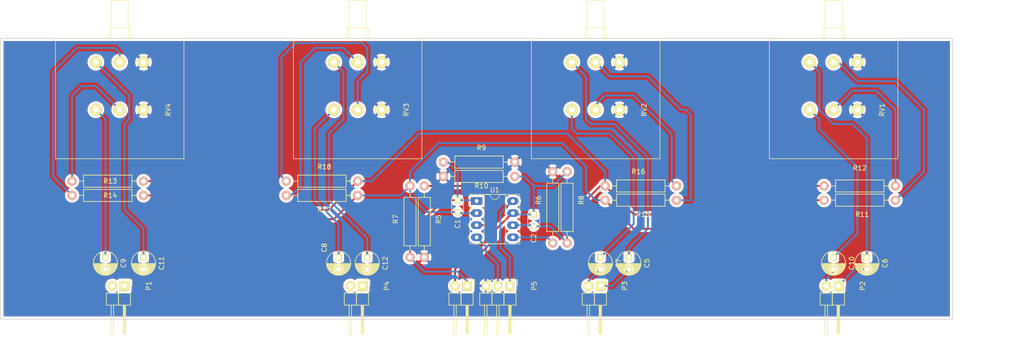
<source format=kicad_pcb>
(kicad_pcb (version 4) (host pcbnew 4.0.7)
  (layers (0 F.Cu signal) (31 B.Cu signal) (34 B.Paste user) (35 F.Paste user) (36 B.SilkS user) (37 F.SilkS user) (38 B.Mask user) (39 F.Mask user) (44 Edge.Cuts user))
  (net 0 "")
  (net 1 /MASTER_L)
  (net 2 /IN_L)
  (net 3 /MASTER_R)
  (net 4 /IN_R)
  (net 5 /IN3_L)
  (net 6 "Net-(C5-Pad2)")
  (net 7 /IN2_L)
  (net 8 "Net-(C6-Pad2)")
  (net 9 /IN3_R)
  (net 10 "Net-(C7-Pad2)")
  (net 11 /IN4_R)
  (net 12 "Net-(C8-Pad2)")
  (net 13 /IN1_R)
  (net 14 "Net-(C9-Pad2)")
  (net 15 /IN2_R)
  (net 16 "Net-(C10-Pad2)")
  (net 17 /IN1_L)
  (net 18 "Net-(C11-Pad2)")
  (net 19 /IN4_L)
  (net 20 "Net-(C12-Pad2)")
  (net 21 /+15)
  (net 22 /-15)
  (net 23 GND)
  (net 24 "Net-(R5-Pad1)")
  (net 25 "Net-(R6-Pad1)")
  (net 26 "Net-(R11-Pad2)")
  (net 27 "Net-(R12-Pad2)")
  (net 28 "Net-(R13-Pad2)")
  (net 29 "Net-(R14-Pad2)")
  (net 30 "Net-(R15-Pad2)")
  (net 31 "Net-(R16-Pad2)")
  (net 32 "Net-(R17-Pad2)")
  (net 33 "Net-(R18-Pad2)")
  (module Capacitors_ThroughHole:C_Disc_D3_P2.5 (layer F.Cu) (at 116 74 270)
    (fp_text reference C1 (at 5 0 270) (layer F.SilkS))
    (fp_text value 15p)
    (pad 1 thru_hole rect (at 0 0 270) (size 1.3 1.3) (drill 0.8) (layers *.Cu *.Mask F.SilkS) (net 1 /MASTER_L))
    (pad 2 thru_hole circle (at 2.5 0 270) (size 1.3 1.3) (drill 0.8001) (layers *.Cu *.Mask F.SilkS) (net 2 /IN_L))
  )
  (module Capacitors_ThroughHole:C_Disc_D3_P2.5 (layer F.Cu) (at 132 77 270)
    (fp_text reference C2 (at 5 0 270) (layer F.SilkS))
    (fp_text value 15p)
    (pad 1 thru_hole rect (at 0 0 270) (size 1.3 1.3) (drill 0.8) (layers *.Cu *.Mask F.SilkS) (net 3 /MASTER_R))
    (pad 2 thru_hole circle (at 2.5 0 270) (size 1.3 1.3) (drill 0.8001) (layers *.Cu *.Mask F.SilkS) (net 4 /IN_R))
  )
  (module Capacitors_ThroughHole:C_Radial_D5_L11_P2.5 (layer F.Cu) (at 152 86 270)
    (fp_text reference C5 (at 1.25 -3.8 270) (layer F.SilkS))
    (fp_text value 2u2)
    (pad 1 thru_hole rect (at 0 0 270) (size 1.3 1.3) (drill 0.8) (layers *.Cu *.Mask F.SilkS) (net 5 /IN3_L))
    (pad 2 thru_hole circle (at 2.5 0 270) (size 1.3 1.3) (drill 0.8) (layers *.Cu *.Mask F.SilkS) (net 6 "Net-(C5-Pad2)"))
  )
  (module Capacitors_ThroughHole:C_Radial_D5_L11_P2.5 (layer F.Cu) (at 202 86 270)
    (fp_text reference C6 (at 1.25 -3.8 270) (layer F.SilkS))
    (fp_text value 2u2)
    (pad 1 thru_hole rect (at 0 0 270) (size 1.3 1.3) (drill 0.8) (layers *.Cu *.Mask F.SilkS) (net 7 /IN2_L))
    (pad 2 thru_hole circle (at 2.5 0 270) (size 1.3 1.3) (drill 0.8) (layers *.Cu *.Mask F.SilkS) (net 8 "Net-(C6-Pad2)"))
  )
  (module Capacitors_ThroughHole:C_Radial_D5_L11_P2.5 (layer F.Cu) (at 146 86 270)
    (fp_text reference C7 (at 1.25 -3.8 270) (layer F.SilkS))
    (fp_text value 2u2)
    (pad 1 thru_hole rect (at 0 0 270) (size 1.3 1.3) (drill 0.8) (layers *.Cu *.Mask F.SilkS) (net 9 /IN3_R))
    (pad 2 thru_hole circle (at 2.5 0 270) (size 1.3 1.3) (drill 0.8) (layers *.Cu *.Mask F.SilkS) (net 10 "Net-(C7-Pad2)"))
  )
  (module Capacitors_ThroughHole:C_Radial_D5_L11_P2.5 (layer F.Cu) (at 91 86 270)
    (fp_text reference C8 (at -2 3 270) (layer F.SilkS))
    (fp_text value 2u2)
    (pad 1 thru_hole rect (at 0 0 270) (size 1.3 1.3) (drill 0.8) (layers *.Cu *.Mask F.SilkS) (net 11 /IN4_R))
    (pad 2 thru_hole circle (at 2.5 0 270) (size 1.3 1.3) (drill 0.8) (layers *.Cu *.Mask F.SilkS) (net 12 "Net-(C8-Pad2)"))
  )
  (module Capacitors_ThroughHole:C_Radial_D5_L11_P2.5 (layer F.Cu) (at 42 86 270)
    (fp_text reference C9 (at 1.25 -3.8 270) (layer F.SilkS))
    (fp_text value 2u2)
    (pad 1 thru_hole rect (at 0 0 270) (size 1.3 1.3) (drill 0.8) (layers *.Cu *.Mask F.SilkS) (net 13 /IN1_R))
    (pad 2 thru_hole circle (at 2.5 0 270) (size 1.3 1.3) (drill 0.8) (layers *.Cu *.Mask F.SilkS) (net 14 "Net-(C9-Pad2)"))
  )
  (module Capacitors_ThroughHole:C_Radial_D5_L11_P2.5 (layer F.Cu) (at 195 86 270)
    (fp_text reference C10 (at 1.25 -3.8 270) (layer F.SilkS))
    (fp_text value 2u2)
    (pad 1 thru_hole rect (at 0 0 270) (size 1.3 1.3) (drill 0.8) (layers *.Cu *.Mask F.SilkS) (net 15 /IN2_R))
    (pad 2 thru_hole circle (at 2.5 0 270) (size 1.3 1.3) (drill 0.8) (layers *.Cu *.Mask F.SilkS) (net 16 "Net-(C10-Pad2)"))
  )
  (module Capacitors_ThroughHole:C_Radial_D5_L11_P2.5 (layer F.Cu) (at 50 86 270)
    (fp_text reference C11 (at 1.25 -3.8 270) (layer F.SilkS))
    (fp_text value 2u2)
    (pad 1 thru_hole rect (at 0 0 270) (size 1.3 1.3) (drill 0.8) (layers *.Cu *.Mask F.SilkS) (net 17 /IN1_L))
    (pad 2 thru_hole circle (at 2.5 0 270) (size 1.3 1.3) (drill 0.8) (layers *.Cu *.Mask F.SilkS) (net 18 "Net-(C11-Pad2)"))
  )
  (module Capacitors_ThroughHole:C_Radial_D5_L11_P2.5 (layer F.Cu) (at 97 86 270)
    (fp_text reference C12 (at 1.25 -3.8 270) (layer F.SilkS))
    (fp_text value 2u2)
    (pad 1 thru_hole rect (at 0 0 270) (size 1.3 1.3) (drill 0.8) (layers *.Cu *.Mask F.SilkS) (net 19 /IN4_L))
    (pad 2 thru_hole circle (at 2.5 0 270) (size 1.3 1.3) (drill 0.8) (layers *.Cu *.Mask F.SilkS) (net 20 "Net-(C12-Pad2)"))
  )
  (module Pin_Headers:Pin_Header_Angled_1x02 (layer F.Cu) (at 46 92 270)
    (fp_text reference P1 (at 0 -5.1 270) (layer F.SilkS))
    (fp_text value IN_1)
    (pad 1 thru_hole rect (at 0 0 270) (size 2.032 2.032) (drill 1.016) (layers *.Cu *.Mask F.SilkS) (net 18 "Net-(C11-Pad2)"))
    (pad 2 thru_hole oval (at 0 2.54 270) (size 2.032 2.032) (drill 1.016) (layers *.Cu *.Mask F.SilkS) (net 14 "Net-(C9-Pad2)"))
  )
  (module Pin_Headers:Pin_Header_Angled_1x02 (layer F.Cu) (at 196 92 270)
    (fp_text reference P2 (at 0 -5.1 270) (layer F.SilkS))
    (fp_text value IN_2)
    (pad 1 thru_hole rect (at 0 0 270) (size 2.032 2.032) (drill 1.016) (layers *.Cu *.Mask F.SilkS) (net 8 "Net-(C6-Pad2)"))
    (pad 2 thru_hole oval (at 0 2.54 270) (size 2.032 2.032) (drill 1.016) (layers *.Cu *.Mask F.SilkS) (net 16 "Net-(C10-Pad2)"))
  )
  (module Pin_Headers:Pin_Header_Angled_1x02 (layer F.Cu) (at 146 92 270)
    (fp_text reference P3 (at 0 -5.1 270) (layer F.SilkS))
    (fp_text value IN_3)
    (pad 1 thru_hole rect (at 0 0 270) (size 2.032 2.032) (drill 1.016) (layers *.Cu *.Mask F.SilkS) (net 6 "Net-(C5-Pad2)"))
    (pad 2 thru_hole oval (at 0 2.54 270) (size 2.032 2.032) (drill 1.016) (layers *.Cu *.Mask F.SilkS) (net 10 "Net-(C7-Pad2)"))
  )
  (module Pin_Headers:Pin_Header_Angled_1x02 (layer F.Cu) (at 96 92 270)
    (fp_text reference P4 (at 0 -5.1 270) (layer F.SilkS))
    (fp_text value IN_4)
    (pad 1 thru_hole rect (at 0 0 270) (size 2.032 2.032) (drill 1.016) (layers *.Cu *.Mask F.SilkS) (net 20 "Net-(C12-Pad2)"))
    (pad 2 thru_hole oval (at 0 2.54 270) (size 2.032 2.032) (drill 1.016) (layers *.Cu *.Mask F.SilkS) (net 12 "Net-(C8-Pad2)"))
  )
  (module Pin_Headers:Pin_Header_Angled_1x03 (layer F.Cu) (at 127 92 270)
    (fp_text reference P5 (at 0 -5.1 270) (layer F.SilkS))
    (fp_text value CONN_01X03)
    (pad 1 thru_hole rect (at 0 0 270) (size 2.032 1.7272) (drill 1.016) (layers *.Cu *.Mask F.SilkS) (net 21 /+15))
    (pad 2 thru_hole oval (at 0 2.54 270) (size 2.032 1.7272) (drill 1.016) (layers *.Cu *.Mask F.SilkS) (net 22 /-15))
    (pad 3 thru_hole oval (at 0 5.08 270) (size 2.032 1.7272) (drill 1.016) (layers *.Cu *.Mask F.SilkS) (net 23 GND))
  )
  (module Pin_Headers:Pin_Header_Angled_1x02 (layer F.Cu) (at 118 92 270)
    (fp_text reference P13 (at 0 -5.1 270) (layer F.SilkS))
    (fp_text value MASTER)
    (pad 1 thru_hole rect (at 0 0 270) (size 2.032 2.032) (drill 1.016) (layers *.Cu *.Mask F.SilkS) (net 1 /MASTER_L))
    (pad 2 thru_hole oval (at 0 2.54 270) (size 2.032 2.032) (drill 1.016) (layers *.Cu *.Mask F.SilkS) (net 3 /MASTER_R))
  )
  (module Resistors_ThroughHole:Resistor_Horizontal_RM15mm (layer F.Cu) (at 109 71 270)
    (fp_text reference R5 (at 7 -3 270) (layer F.SilkS))
    (fp_text value 10k)
    (pad 1 thru_hole circle (at 0 0 270) (size 1.99898 1.99898) (drill 1.00076) (layers *.Cu *.SilkS *.Mask) (net 24 "Net-(R5-Pad1)"))
    (pad 2 thru_hole circle (at 15 0 270) (size 1.99898 1.99898) (drill 1.00076) (layers *.Cu *.SilkS *.Mask) (net 23 GND))
  )
  (module Resistors_ThroughHole:Resistor_Horizontal_RM15mm (layer F.Cu) (at 136 83 90)
    (fp_text reference R6 (at 9 -3 90) (layer F.SilkS))
    (fp_text value 10k)
    (pad 1 thru_hole circle (at 0 0 90) (size 1.99898 1.99898) (drill 1.00076) (layers *.Cu *.SilkS *.Mask) (net 25 "Net-(R6-Pad1)"))
    (pad 2 thru_hole circle (at 15 0 90) (size 1.99898 1.99898) (drill 1.00076) (layers *.Cu *.SilkS *.Mask) (net 23 GND))
  )
  (module Resistors_ThroughHole:Resistor_Horizontal_RM15mm (layer F.Cu) (at 106 86 90)
    (fp_text reference R7 (at 8 -3 90) (layer F.SilkS))
    (fp_text value 33k)
    (pad 1 thru_hole circle (at 0 0 90) (size 1.99898 1.99898) (drill 1.00076) (layers *.Cu *.SilkS *.Mask) (net 1 /MASTER_L))
    (pad 2 thru_hole circle (at 15 0 90) (size 1.99898 1.99898) (drill 1.00076) (layers *.Cu *.SilkS *.Mask) (net 2 /IN_L))
  )
  (module Resistors_ThroughHole:Resistor_Horizontal_RM15mm (layer F.Cu) (at 139 68 270)
    (fp_text reference R8 (at 6 -3 270) (layer F.SilkS))
    (fp_text value 33k)
    (pad 1 thru_hole circle (at 0 0 270) (size 1.99898 1.99898) (drill 1.00076) (layers *.Cu *.SilkS *.Mask) (net 3 /MASTER_R))
    (pad 2 thru_hole circle (at 15 0 270) (size 1.99898 1.99898) (drill 1.00076) (layers *.Cu *.SilkS *.Mask) (net 4 /IN_R))
  )
  (module Resistors_ThroughHole:Resistor_Horizontal_RM15mm (layer F.Cu) (at 113 66)
    (fp_text reference R9 (at 8 -3) (layer F.SilkS))
    (fp_text value 100k)
    (pad 1 thru_hole circle (at 0 0) (size 1.99898 1.99898) (drill 1.00076) (layers *.Cu *.SilkS *.Mask) (net 1 /MASTER_L))
    (pad 2 thru_hole circle (at 15 0) (size 1.99898 1.99898) (drill 1.00076) (layers *.Cu *.SilkS *.Mask) (net 23 GND))
  )
  (module Resistors_ThroughHole:Resistor_Horizontal_RM15mm (layer F.Cu) (at 128 69 180)
    (fp_text reference R10 (at 7 -2 180) (layer F.SilkS))
    (fp_text value 100k)
    (pad 1 thru_hole circle (at 0 0 180) (size 1.99898 1.99898) (drill 1.00076) (layers *.Cu *.SilkS *.Mask) (net 3 /MASTER_R))
    (pad 2 thru_hole circle (at 15 0 180) (size 1.99898 1.99898) (drill 1.00076) (layers *.Cu *.SilkS *.Mask) (net 23 GND))
  )
  (module Resistors_ThroughHole:Resistor_Horizontal_RM15mm (layer F.Cu) (at 193 74)
    (fp_text reference R11 (at 8 3) (layer F.SilkS))
    (fp_text value 100k)
    (pad 1 thru_hole circle (at 0 0) (size 1.99898 1.99898) (drill 1.00076) (layers *.Cu *.SilkS *.Mask) (net 2 /IN_L))
    (pad 2 thru_hole circle (at 15 0) (size 1.99898 1.99898) (drill 1.00076) (layers *.Cu *.SilkS *.Mask) (net 26 "Net-(R11-Pad2)"))
  )
  (module Resistors_ThroughHole:Resistor_Horizontal_RM15mm (layer F.Cu) (at 193 71)
    (fp_text reference R12 (at 7.5 -3.74904) (layer F.SilkS))
    (fp_text value 100k)
    (pad 1 thru_hole circle (at 0 0) (size 1.99898 1.99898) (drill 1.00076) (layers *.Cu *.SilkS *.Mask) (net 4 /IN_R))
    (pad 2 thru_hole circle (at 15 0) (size 1.99898 1.99898) (drill 1.00076) (layers *.Cu *.SilkS *.Mask) (net 27 "Net-(R12-Pad2)"))
  )
  (module Resistors_ThroughHole:Resistor_Horizontal_RM15mm (layer F.Cu) (at 50 73 180)
    (fp_text reference R13 (at 7 3 180) (layer F.SilkS))
    (fp_text value 100k)
    (pad 1 thru_hole circle (at 0 0 180) (size 1.99898 1.99898) (drill 1.00076) (layers *.Cu *.SilkS *.Mask) (net 2 /IN_L))
    (pad 2 thru_hole circle (at 15 0 180) (size 1.99898 1.99898) (drill 1.00076) (layers *.Cu *.SilkS *.Mask) (net 28 "Net-(R13-Pad2)"))
  )
  (module Resistors_ThroughHole:Resistor_Horizontal_RM15mm (layer F.Cu) (at 50 70 180)
    (fp_text reference R14 (at 7 -3 180) (layer F.SilkS))
    (fp_text value 100k)
    (pad 1 thru_hole circle (at 0 0 180) (size 1.99898 1.99898) (drill 1.00076) (layers *.Cu *.SilkS *.Mask) (net 4 /IN_R))
    (pad 2 thru_hole circle (at 15 0 180) (size 1.99898 1.99898) (drill 1.00076) (layers *.Cu *.SilkS *.Mask) (net 29 "Net-(R14-Pad2)"))
  )
  (module Resistors_ThroughHole:Resistor_Horizontal_RM15mm (layer F.Cu) (at 147 74)
    (fp_text reference R15 (at 8 3) (layer F.SilkS))
    (fp_text value 100k)
    (pad 1 thru_hole circle (at 0 0) (size 1.99898 1.99898) (drill 1.00076) (layers *.Cu *.SilkS *.Mask) (net 2 /IN_L))
    (pad 2 thru_hole circle (at 15 0) (size 1.99898 1.99898) (drill 1.00076) (layers *.Cu *.SilkS *.Mask) (net 30 "Net-(R15-Pad2)"))
  )
  (module Resistors_ThroughHole:Resistor_Horizontal_RM15mm (layer F.Cu) (at 147 71)
    (fp_text reference R16 (at 7 -3) (layer F.SilkS))
    (fp_text value 100k)
    (pad 1 thru_hole circle (at 0 0) (size 1.99898 1.99898) (drill 1.00076) (layers *.Cu *.SilkS *.Mask) (net 4 /IN_R))
    (pad 2 thru_hole circle (at 15 0) (size 1.99898 1.99898) (drill 1.00076) (layers *.Cu *.SilkS *.Mask) (net 31 "Net-(R16-Pad2)"))
  )
  (module Resistors_ThroughHole:Resistor_Horizontal_RM15mm (layer F.Cu) (at 95 73 180)
    (fp_text reference R17 (at 7 -3 180) (layer F.SilkS))
    (fp_text value 100k)
    (pad 1 thru_hole circle (at 0 0 180) (size 1.99898 1.99898) (drill 1.00076) (layers *.Cu *.SilkS *.Mask) (net 2 /IN_L))
    (pad 2 thru_hole circle (at 15 0 180) (size 1.99898 1.99898) (drill 1.00076) (layers *.Cu *.SilkS *.Mask) (net 32 "Net-(R17-Pad2)"))
  )
  (module Resistors_ThroughHole:Resistor_Horizontal_RM15mm (layer F.Cu) (at 95 70 180)
    (fp_text reference R18 (at 7 3 180) (layer F.SilkS))
    (fp_text value 100k)
    (pad 1 thru_hole circle (at 0 0 180) (size 1.99898 1.99898) (drill 1.00076) (layers *.Cu *.SilkS *.Mask) (net 4 /IN_R))
    (pad 2 thru_hole circle (at 15 0 180) (size 1.99898 1.99898) (drill 1.00076) (layers *.Cu *.SilkS *.Mask) (net 33 "Net-(R18-Pad2)"))
  )
  (module ALPS_pot:Potentiometer_ALPS_RK27112A0A16 (layer F.Cu) (at 195 55 90)
    (fp_text reference RV1 (at -0.02 10.2 90) (layer F.SilkS))
    (fp_text value DUAL_POT)
    (pad 4 thru_hole circle (at 0 -5 180) (size 2.5 2.5) (drill 1.2) (layers *.Cu *.Mask F.SilkS) (net 15 /IN2_R))
    (pad 5 thru_hole circle (at 0 0 180) (size 2.5 2.5) (drill 1.2) (layers *.Cu *.Mask F.SilkS) (net 27 "Net-(R12-Pad2)"))
    (pad 6 thru_hole circle (at 0 5 180) (size 2.5 2.5) (drill 1.2) (layers *.Cu *.Mask F.SilkS) (net 23 GND))
    (pad 3 thru_hole circle (at 10 5 180) (size 2.5 2.5) (drill 1.2) (layers *.Cu *.Mask F.SilkS) (net 23 GND))
    (pad 2 thru_hole circle (at 10 0 180) (size 2.5 2.5) (drill 1.2) (layers *.Cu *.Mask F.SilkS) (net 26 "Net-(R11-Pad2)"))
    (pad 1 thru_hole circle (at 10 -5 180) (size 2.5 2.5) (drill 1.2) (layers *.Cu *.Mask F.SilkS) (net 7 /IN2_L))
  )
  (module ALPS_pot:Potentiometer_ALPS_RK27112A0A16 (layer F.Cu) (at 145 55 90)
    (fp_text reference RV2 (at -0.02 10.2 90) (layer F.SilkS))
    (fp_text value DUAL_POT)
    (pad 4 thru_hole circle (at 0 -5 180) (size 2.5 2.5) (drill 1.2) (layers *.Cu *.Mask F.SilkS) (net 9 /IN3_R))
    (pad 5 thru_hole circle (at 0 0 180) (size 2.5 2.5) (drill 1.2) (layers *.Cu *.Mask F.SilkS) (net 31 "Net-(R16-Pad2)"))
    (pad 6 thru_hole circle (at 0 5 180) (size 2.5 2.5) (drill 1.2) (layers *.Cu *.Mask F.SilkS) (net 23 GND))
    (pad 3 thru_hole circle (at 10 5 180) (size 2.5 2.5) (drill 1.2) (layers *.Cu *.Mask F.SilkS) (net 23 GND))
    (pad 2 thru_hole circle (at 10 0 180) (size 2.5 2.5) (drill 1.2) (layers *.Cu *.Mask F.SilkS) (net 30 "Net-(R15-Pad2)"))
    (pad 1 thru_hole circle (at 10 -5 180) (size 2.5 2.5) (drill 1.2) (layers *.Cu *.Mask F.SilkS) (net 5 /IN3_L))
  )
  (module ALPS_pot:Potentiometer_ALPS_RK27112A0A16 (layer F.Cu) (at 95 55 90)
    (fp_text reference RV3 (at -0.02 10.2 90) (layer F.SilkS))
    (fp_text value DUAL_POT)
    (pad 4 thru_hole circle (at 0 -5 180) (size 2.5 2.5) (drill 1.2) (layers *.Cu *.Mask F.SilkS) (net 11 /IN4_R))
    (pad 5 thru_hole circle (at 0 0 180) (size 2.5 2.5) (drill 1.2) (layers *.Cu *.Mask F.SilkS) (net 33 "Net-(R18-Pad2)"))
    (pad 6 thru_hole circle (at 0 5 180) (size 2.5 2.5) (drill 1.2) (layers *.Cu *.Mask F.SilkS) (net 23 GND))
    (pad 3 thru_hole circle (at 10 5 180) (size 2.5 2.5) (drill 1.2) (layers *.Cu *.Mask F.SilkS) (net 23 GND))
    (pad 2 thru_hole circle (at 10 0 180) (size 2.5 2.5) (drill 1.2) (layers *.Cu *.Mask F.SilkS) (net 32 "Net-(R17-Pad2)"))
    (pad 1 thru_hole circle (at 10 -5 180) (size 2.5 2.5) (drill 1.2) (layers *.Cu *.Mask F.SilkS) (net 19 /IN4_L))
  )
  (module ALPS_pot:Potentiometer_ALPS_RK27112A0A16 (layer F.Cu) (at 45 55 90)
    (fp_text reference RV4 (at -0.02 10.2 90) (layer F.SilkS))
    (fp_text value DUAL_POT)
    (pad 4 thru_hole circle (at 0 -5 180) (size 2.5 2.5) (drill 1.2) (layers *.Cu *.Mask F.SilkS) (net 13 /IN1_R))
    (pad 5 thru_hole circle (at 0 0 180) (size 2.5 2.5) (drill 1.2) (layers *.Cu *.Mask F.SilkS) (net 29 "Net-(R14-Pad2)"))
    (pad 6 thru_hole circle (at 0 5 180) (size 2.5 2.5) (drill 1.2) (layers *.Cu *.Mask F.SilkS) (net 23 GND))
    (pad 3 thru_hole circle (at 10 5 180) (size 2.5 2.5) (drill 1.2) (layers *.Cu *.Mask F.SilkS) (net 23 GND))
    (pad 2 thru_hole circle (at 10 0 180) (size 2.5 2.5) (drill 1.2) (layers *.Cu *.Mask F.SilkS) (net 28 "Net-(R13-Pad2)"))
    (pad 1 thru_hole circle (at 10 -5 180) (size 2.5 2.5) (drill 1.2) (layers *.Cu *.Mask F.SilkS) (net 17 /IN1_L))
  )
  (module Housings_DIP:DIP-8_W7.62mm_Socket_LongPads (layer F.Cu) (at 120 74.175)
    (fp_text reference U1 (at 3.81 -2.33) (layer F.SilkS))
    (fp_text value NE5532)
    (pad 1 thru_hole rect (at 0 0) (size 2.4 1.6) (drill 0.8) (layers *.Cu *.Mask) (net 1 /MASTER_L))
    (pad 5 thru_hole oval (at 7.62 7.62) (size 2.4 1.6) (drill 0.8) (layers *.Cu *.Mask) (net 25 "Net-(R6-Pad1)"))
    (pad 2 thru_hole oval (at 0 2.54) (size 2.4 1.6) (drill 0.8) (layers *.Cu *.Mask) (net 2 /IN_L))
    (pad 6 thru_hole oval (at 7.62 5.08) (size 2.4 1.6) (drill 0.8) (layers *.Cu *.Mask) (net 4 /IN_R))
    (pad 3 thru_hole oval (at 0 5.08) (size 2.4 1.6) (drill 0.8) (layers *.Cu *.Mask) (net 24 "Net-(R5-Pad1)"))
    (pad 7 thru_hole oval (at 7.62 2.54) (size 2.4 1.6) (drill 0.8) (layers *.Cu *.Mask) (net 3 /MASTER_R))
    (pad 4 thru_hole oval (at 0 7.62) (size 2.4 1.6) (drill 0.8) (layers *.Cu *.Mask) (net 22 /-15))
    (pad 8 thru_hole oval (at 7.62 0) (size 2.4 1.6) (drill 0.8) (layers *.Cu *.Mask) (net 21 /+15))
  )
  (gr_line (start 220 40) (end 220 99) (angle 90) (layer Edge.Cuts) (width 0.15))
  (gr_line (start 20 40) (end 220 40) (angle 90) (layer Edge.Cuts) (width 0.15))
  (gr_line (start 20 99) (end 20 40) (angle 90) (layer Edge.Cuts) (width 0.15))
  (gr_line (start 220 99) (end 20 99) (angle 90) (layer Edge.Cuts) (width 0.15))
  (segment (start 116 74) (end 113 74) (width 0.4) (layer F.Cu) (net 1))
  (segment (start 106 81) (end 106 86) (width 0.4) (layer F.Cu) (net 1))
  (segment (start 113 74) (end 106 81) (width 0.4) (layer F.Cu) (net 1))
  (segment (start 118 92) (end 118 91) (width 0.4) (layer B.Cu) (net 1))
  (segment (start 118 91) (end 116 89) (width 0.4) (layer B.Cu) (net 1))
  (segment (start 109 89) (end 106 86) (width 0.4) (layer B.Cu) (net 1))
  (segment (start 116 89) (end 109 89) (width 0.4) (layer B.Cu) (net 1))
  (segment (start 116 74) (end 119.82 74) (width 0.4) (layer B.Cu) (net 1))
  (segment (start 119.82 74) (end 120 74.18) (width 0.4) (layer B.Cu) (net 1))
  (segment (start 113 66) (end 114 66) (width 0.4) (layer B.Cu) (net 1))
  (segment (start 116 68) (end 116 74) (width 0.4) (layer B.Cu) (net 1))
  (segment (start 114 66) (end 116 68) (width 0.4) (layer B.Cu) (net 1))
  (segment (start 120 76.72) (end 116.22 76.72) (width 0.4) (layer B.Cu) (net 2))
  (segment (start 116.22 76.72) (end 116 76.5) (width 0.4) (layer B.Cu) (net 2))
  (segment (start 106 71) (end 106 73) (width 0.4) (layer B.Cu) (net 2))
  (segment (start 109.5 76.5) (end 116 76.5) (width 0.4) (layer B.Cu) (net 2))
  (segment (start 106 73) (end 109.5 76.5) (width 0.4) (layer B.Cu) (net 2))
  (segment (start 95 73) (end 104 73) (width 0.4) (layer B.Cu) (net 2))
  (segment (start 104 73) (end 106 71) (width 0.4) (layer B.Cu) (net 2))
  (segment (start 147 74) (end 145 74) (width 0.4) (layer B.Cu) (net 2))
  (segment (start 145 74) (end 143 72) (width 0.4) (layer B.Cu) (net 2))
  (segment (start 143 72) (end 143 67) (width 0.4) (layer B.Cu) (net 2))
  (segment (start 143 67) (end 138 62) (width 0.4) (layer B.Cu) (net 2))
  (segment (start 138 62) (end 112 62) (width 0.4) (layer B.Cu) (net 2))
  (segment (start 112 62) (end 106 68) (width 0.4) (layer B.Cu) (net 2))
  (segment (start 106 68) (end 106 71) (width 0.4) (layer B.Cu) (net 2))
  (segment (start 193 74) (end 186 74) (width 0.4) (layer F.Cu) (net 2))
  (segment (start 153 80) (end 147 74) (width 0.4) (layer F.Cu) (net 2))
  (segment (start 180 80) (end 153 80) (width 0.4) (layer F.Cu) (net 2))
  (segment (start 186 74) (end 180 80) (width 0.4) (layer F.Cu) (net 2))
  (segment (start 50 73) (end 68 73) (width 0.4) (layer F.Cu) (net 2))
  (segment (start 90 78) (end 95 73) (width 0.4) (layer F.Cu) (net 2))
  (segment (start 73 78) (end 90 78) (width 0.4) (layer F.Cu) (net 2))
  (segment (start 68 73) (end 73 78) (width 0.4) (layer F.Cu) (net 2))
  (segment (start 115.46 92) (end 115.46 88.54) (width 0.4) (layer F.Cu) (net 3))
  (segment (start 124 80.2) (end 127.6 76.6) (width 0.4) (layer F.Cu) (net 3))
  (segment (start 124 82) (end 124 80.2) (width 0.4) (layer F.Cu) (net 3))
  (segment (start 121 85) (end 124 82) (width 0.4) (layer F.Cu) (net 3))
  (segment (start 119 85) (end 121 85) (width 0.4) (layer F.Cu) (net 3))
  (segment (start 115.46 88.54) (end 119 85) (width 0.4) (layer F.Cu) (net 3))
  (segment (start 132 77) (end 132 71) (width 0.4) (layer B.Cu) (net 3))
  (segment (start 132 77) (end 128 77) (width 0.4) (layer B.Cu) (net 3))
  (segment (start 128 77) (end 127.6 76.6) (width 0.4) (layer B.Cu) (net 3))
  (segment (start 128 69) (end 130 69) (width 0.4) (layer B.Cu) (net 3))
  (segment (start 130 69) (end 132 71) (width 0.4) (layer B.Cu) (net 3))
  (segment (start 136 71) (end 139 68) (width 0.4) (layer B.Cu) (net 3))
  (segment (start 132 71) (end 136 71) (width 0.4) (layer B.Cu) (net 3))
  (segment (start 147 71) (end 146 71) (width 0.4) (layer F.Cu) (net 4))
  (segment (start 139 78) (end 139 83) (width 0.4) (layer F.Cu) (net 4))
  (segment (start 146 71) (end 139 78) (width 0.4) (layer F.Cu) (net 4))
  (segment (start 132 79.5) (end 135.5 79.5) (width 0.4) (layer B.Cu) (net 4))
  (segment (start 135.5 79.5) (end 139 83) (width 0.4) (layer B.Cu) (net 4))
  (segment (start 127.6 79.26) (end 131.76 79.26) (width 0.4) (layer B.Cu) (net 4))
  (segment (start 131.76 79.26) (end 132 79.5) (width 0.4) (layer B.Cu) (net 4))
  (segment (start 95 70) (end 98 70) (width 0.4) (layer B.Cu) (net 4))
  (segment (start 147 68) (end 147 71) (width 0.4) (layer B.Cu) (net 4))
  (segment (start 139 60) (end 147 68) (width 0.4) (layer B.Cu) (net 4))
  (segment (start 108 60) (end 139 60) (width 0.4) (layer B.Cu) (net 4))
  (segment (start 98 70) (end 108 60) (width 0.4) (layer B.Cu) (net 4))
  (segment (start 193 71) (end 185 71) (width 0.4) (layer F.Cu) (net 4))
  (segment (start 153 77) (end 147 71) (width 0.4) (layer F.Cu) (net 4))
  (segment (start 179 77) (end 153 77) (width 0.4) (layer F.Cu) (net 4))
  (segment (start 185 71) (end 179 77) (width 0.4) (layer F.Cu) (net 4))
  (segment (start 50 70) (end 69 70) (width 0.4) (layer F.Cu) (net 4))
  (segment (start 89 76) (end 95 70) (width 0.4) (layer F.Cu) (net 4))
  (segment (start 75 76) (end 89 76) (width 0.4) (layer F.Cu) (net 4))
  (segment (start 69 70) (end 75 76) (width 0.4) (layer F.Cu) (net 4))
  (segment (start 152 86) (end 152 84) (width 0.4) (layer B.Cu) (net 5))
  (segment (start 143 48) (end 140 45) (width 0.4) (layer B.Cu) (net 5))
  (segment (start 143 57) (end 143 48) (width 0.4) (layer B.Cu) (net 5))
  (segment (start 144 58) (end 143 57) (width 0.4) (layer B.Cu) (net 5))
  (segment (start 149 58) (end 144 58) (width 0.4) (layer B.Cu) (net 5))
  (segment (start 156 65) (end 149 58) (width 0.4) (layer B.Cu) (net 5))
  (segment (start 156 80) (end 156 65) (width 0.4) (layer B.Cu) (net 5))
  (segment (start 152 84) (end 156 80) (width 0.4) (layer B.Cu) (net 5))
  (segment (start 146 92) (end 148.5 92) (width 0.4) (layer B.Cu) (net 6))
  (segment (start 148.5 92) (end 152 88.5) (width 0.4) (layer B.Cu) (net 6))
  (segment (start 202 86) (end 202 61) (width 0.4) (layer B.Cu) (net 7))
  (segment (start 192 47) (end 190 45) (width 0.4) (layer B.Cu) (net 7))
  (segment (start 192 55) (end 192 47) (width 0.4) (layer B.Cu) (net 7))
  (segment (start 195 58) (end 192 55) (width 0.4) (layer B.Cu) (net 7))
  (segment (start 199 58) (end 195 58) (width 0.4) (layer B.Cu) (net 7))
  (segment (start 202 61) (end 199 58) (width 0.4) (layer B.Cu) (net 7))
  (segment (start 202 88.5) (end 199.5 88.5) (width 0.4) (layer B.Cu) (net 8))
  (segment (start 199.5 88.5) (end 196 92) (width 0.4) (layer B.Cu) (net 8))
  (segment (start 146 86) (end 153 79) (width 0.4) (layer B.Cu) (net 9))
  (segment (start 140 59) (end 140 55) (width 0.4) (layer B.Cu) (net 9))
  (segment (start 141 60) (end 140 59) (width 0.4) (layer B.Cu) (net 9))
  (segment (start 148 60) (end 141 60) (width 0.4) (layer B.Cu) (net 9))
  (segment (start 153 65) (end 148 60) (width 0.4) (layer B.Cu) (net 9))
  (segment (start 153 79) (end 153 65) (width 0.4) (layer B.Cu) (net 9))
  (segment (start 143.46 92) (end 143.46 91.04) (width 0.4) (layer B.Cu) (net 10))
  (segment (start 143.46 91.04) (end 146 88.5) (width 0.4) (layer B.Cu) (net 10))
  (segment (start 91 86) (end 91 79) (width 0.4) (layer B.Cu) (net 11))
  (segment (start 86 59) (end 90 55) (width 0.4) (layer B.Cu) (net 11))
  (segment (start 86 74) (end 86 59) (width 0.4) (layer B.Cu) (net 11))
  (segment (start 91 79) (end 86 74) (width 0.4) (layer B.Cu) (net 11))
  (segment (start 42 86) (end 42 57) (width 0.4) (layer B.Cu) (net 13))
  (segment (start 42 57) (end 40 55) (width 0.4) (layer B.Cu) (net 13))
  (segment (start 195 86) (end 200 81) (width 0.4) (layer B.Cu) (net 15))
  (segment (start 192 57) (end 190 55) (width 0.4) (layer B.Cu) (net 15))
  (segment (start 192 59) (end 192 57) (width 0.4) (layer B.Cu) (net 15))
  (segment (start 200 67) (end 192 59) (width 0.4) (layer B.Cu) (net 15))
  (segment (start 200 81) (end 200 67) (width 0.4) (layer B.Cu) (net 15))
  (segment (start 193.46 92) (end 193.46 90.54) (width 0.4) (layer B.Cu) (net 16))
  (segment (start 193.46 90.54) (end 195 89) (width 0.4) (layer B.Cu) (net 16))
  (segment (start 195 89) (end 195 88.5) (width 0.4) (layer B.Cu) (net 16))
  (segment (start 50 86) (end 50 80) (width 0.4) (layer B.Cu) (net 17))
  (segment (start 42 47) (end 40 45) (width 0.4) (layer B.Cu) (net 17))
  (segment (start 47 52) (end 42 47) (width 0.4) (layer B.Cu) (net 17))
  (segment (start 47 57) (end 47 52) (width 0.4) (layer B.Cu) (net 17))
  (segment (start 46 58) (end 47 57) (width 0.4) (layer B.Cu) (net 17))
  (segment (start 46 76) (end 46 58) (width 0.4) (layer B.Cu) (net 17))
  (segment (start 50 80) (end 46 76) (width 0.4) (layer B.Cu) (net 17))
  (segment (start 97 86) (end 97 82) (width 0.4) (layer B.Cu) (net 19))
  (segment (start 92 47) (end 90 45) (width 0.4) (layer B.Cu) (net 19))
  (segment (start 92 57) (end 92 47) (width 0.4) (layer B.Cu) (net 19))
  (segment (start 89 60) (end 92 57) (width 0.4) (layer B.Cu) (net 19))
  (segment (start 89 74) (end 89 60) (width 0.4) (layer B.Cu) (net 19))
  (segment (start 97 82) (end 89 74) (width 0.4) (layer B.Cu) (net 19))
  (segment (start 125 76.66) (end 127.6 74.06) (width 0.4) (layer B.Cu) (net 21))
  (segment (start 125 84) (end 125 76.66) (width 0.4) (layer B.Cu) (net 21))
  (segment (start 127 86) (end 125 84) (width 0.4) (layer B.Cu) (net 21))
  (segment (start 127 92) (end 127 86) (width 0.4) (layer B.Cu) (net 21))
  (segment (start 124.46 92) (end 124.46 87.46) (width 0.4) (layer B.Cu) (net 22))
  (segment (start 122 83.8) (end 120 81.8) (width 0.4) (layer B.Cu) (net 22))
  (segment (start 122 85) (end 122 83.8) (width 0.4) (layer B.Cu) (net 22))
  (segment (start 124.46 87.46) (end 122 85) (width 0.4) (layer B.Cu) (net 22))
  (segment (start 122.825 78.65) (end 122.215 79.26) (width 0.4) (layer F.Cu) (net 24))
  (segment (start 122.215 79.26) (end 120 79.26) (width 0.4) (layer F.Cu) (net 24))
  (segment (start 122.825 72.775) (end 122.825 78.65) (width 0.4) (layer F.Cu) (net 24))
  (segment (start 121.05 71) (end 122.825 72.775) (width 0.4) (layer F.Cu) (net 24))
  (segment (start 109 71) (end 121.05 71) (width 0.4) (layer F.Cu) (net 24))
  (segment (start 127.62 81.8) (end 134.8 81.8) (width 0.4) (layer B.Cu) (net 25))
  (segment (start 134.8 81.8) (end 136 83) (width 0.4) (layer B.Cu) (net 25))
  (segment (start 195 45) (end 196 45) (width 0.4) (layer B.Cu) (net 26))
  (segment (start 196 45) (end 200 49) (width 0.4) (layer B.Cu) (net 26))
  (segment (start 200 49) (end 208 49) (width 0.4) (layer B.Cu) (net 26))
  (segment (start 208 49) (end 214 55) (width 0.4) (layer B.Cu) (net 26))
  (segment (start 214 55) (end 214 68) (width 0.4) (layer B.Cu) (net 26))
  (segment (start 214 68) (end 208 74) (width 0.4) (layer B.Cu) (net 26))
  (segment (start 208 71) (end 208 55) (width 0.4) (layer B.Cu) (net 27))
  (segment (start 199 51) (end 195 55) (width 0.4) (layer B.Cu) (net 27))
  (segment (start 204 51) (end 199 51) (width 0.4) (layer B.Cu) (net 27))
  (segment (start 208 55) (end 204 51) (width 0.4) (layer B.Cu) (net 27))
  (segment (start 45 45) (end 45 43) (width 0.4) (layer B.Cu) (net 28))
  (segment (start 31 69) (end 35 73) (width 0.4) (layer B.Cu) (net 28))
  (segment (start 31 47) (end 31 69) (width 0.4) (layer B.Cu) (net 28))
  (segment (start 36 42) (end 31 47) (width 0.4) (layer B.Cu) (net 28))
  (segment (start 44 42) (end 36 42) (width 0.4) (layer B.Cu) (net 28))
  (segment (start 45 43) (end 44 42) (width 0.4) (layer B.Cu) (net 28))
  (segment (start 45 55) (end 40 50) (width 0.4) (layer B.Cu) (net 29))
  (segment (start 35 52) (end 35 70) (width 0.4) (layer B.Cu) (net 29))
  (segment (start 37 50) (end 35 52) (width 0.4) (layer B.Cu) (net 29))
  (segment (start 40 50) (end 37 50) (width 0.4) (layer B.Cu) (net 29))
  (segment (start 162 74) (end 165 74) (width 0.4) (layer B.Cu) (net 30))
  (segment (start 148 48) (end 145 45) (width 0.4) (layer B.Cu) (net 30))
  (segment (start 156 48) (end 148 48) (width 0.4) (layer B.Cu) (net 30))
  (segment (start 163 55) (end 156 48) (width 0.4) (layer B.Cu) (net 30))
  (segment (start 164 55) (end 163 55) (width 0.4) (layer B.Cu) (net 30))
  (segment (start 165 56) (end 164 55) (width 0.4) (layer B.Cu) (net 30))
  (segment (start 165 74) (end 165 56) (width 0.4) (layer B.Cu) (net 30))
  (segment (start 145 55) (end 145 54) (width 0.4) (layer B.Cu) (net 31))
  (segment (start 145 54) (end 147 52) (width 0.4) (layer B.Cu) (net 31))
  (segment (start 147 52) (end 153 52) (width 0.4) (layer B.Cu) (net 31))
  (segment (start 153 52) (end 161 60) (width 0.4) (layer B.Cu) (net 31))
  (segment (start 161 60) (end 161 70) (width 0.4) (layer B.Cu) (net 31))
  (segment (start 161 70) (end 162 71) (width 0.4) (layer B.Cu) (net 31))
  (segment (start 80 73) (end 81 73) (width 0.4) (layer B.Cu) (net 32))
  (segment (start 92 42) (end 95 45) (width 0.4) (layer B.Cu) (net 32))
  (segment (start 86 42) (end 92 42) (width 0.4) (layer B.Cu) (net 32))
  (segment (start 83 45) (end 86 42) (width 0.4) (layer B.Cu) (net 32))
  (segment (start 83 71) (end 83 45) (width 0.4) (layer B.Cu) (net 32))
  (segment (start 81 73) (end 83 71) (width 0.4) (layer B.Cu) (net 32))
  (segment (start 95 55) (end 95 49) (width 0.4) (layer B.Cu) (net 33))
  (segment (start 79 69) (end 80 70) (width 0.4) (layer B.Cu) (net 33))
  (segment (start 79 44) (end 79 69) (width 0.4) (layer B.Cu) (net 33))
  (segment (start 82 41) (end 79 44) (width 0.4) (layer B.Cu) (net 33))
  (segment (start 96 41) (end 82 41) (width 0.4) (layer B.Cu) (net 33))
  (segment (start 97 42) (end 96 41) (width 0.4) (layer B.Cu) (net 33))
  (segment (start 97 47) (end 97 42) (width 0.4) (layer B.Cu) (net 33))
  (segment (start 95 49) (end 97 47) (width 0.4) (layer B.Cu) (net 33))
  (zone (net 23) (net_name GND) (layer F.Cu) (connect_pads (clearance 0.508)) (min_thickness 0.254) (fill yes (arc_segments 16) (thermal_gap 0.508) (thermal_bridge_width 0.508))
    (polygon (pts (xy 20 40) (xy 220 40) (xy 220 99) (xy 20 99)))
  )
  (zone (net 23) (net_name GND) (layer B.Cu) (connect_pads (clearance 0.508)) (min_thickness 0.254) (fill yes (arc_segments 16) (thermal_gap 0.508) (thermal_bridge_width 0.508))
    (polygon (pts (xy 20 40) (xy 220 40) (xy 220 99) (xy 20 99) (xy 20 98)))
  )
)
</source>
